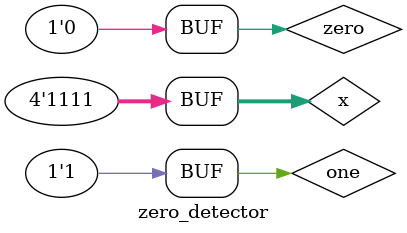
<source format=v>
`timescale 1ns / 1ps


module zero_detector();
reg [3:0]x;
wire zero,one;
assign zero = ~(|x); 
assign one = &x;
initial begin
x[3:0]=4'b0010;#10;
x[3:0]=4'b1111;#10;
end
endmodule

</source>
